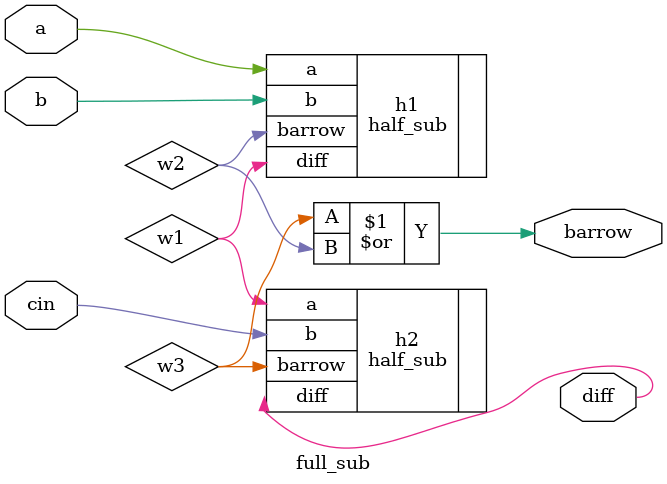
<source format=v>
module full_sub(a,b,cin,diff,barrow);
input a,b,cin;
output diff,barrow;
wire w1,w2,w3;
half_sub h1(.a(a),.b(b),.diff(w1),.barrow(w2));
half_sub h2(.a(w1),.b(cin),.diff(diff),.barrow(w3));
or r1(barrow,w3,w2);
endmodule
    
</source>
